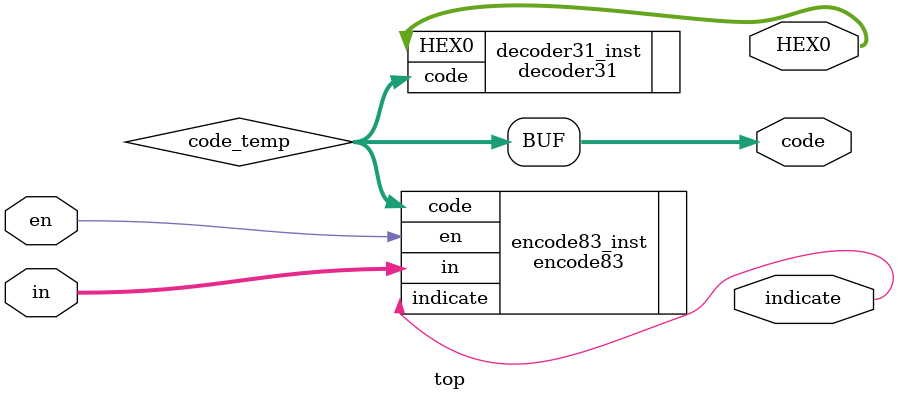
<source format=v>
module top(
        input [6:0] in,
        input en,
        output reg [2:0] code,
        output reg indicate,
        output [7:0] HEX0
    );

    wire [2:0] code_temp;

    encode83 encode83_inst(.in(in), .en(en), .code(code_temp), .indicate(indicate));
    decoder31 decoder31_inst(.code(code_temp), .HEX0(HEX0));

    assign code = code_temp;

endmodule
</source>
